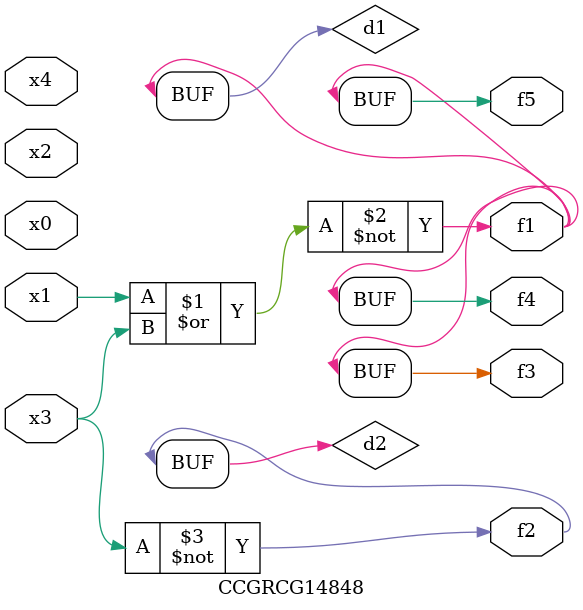
<source format=v>
module CCGRCG14848(
	input x0, x1, x2, x3, x4,
	output f1, f2, f3, f4, f5
);

	wire d1, d2;

	nor (d1, x1, x3);
	not (d2, x3);
	assign f1 = d1;
	assign f2 = d2;
	assign f3 = d1;
	assign f4 = d1;
	assign f5 = d1;
endmodule

</source>
